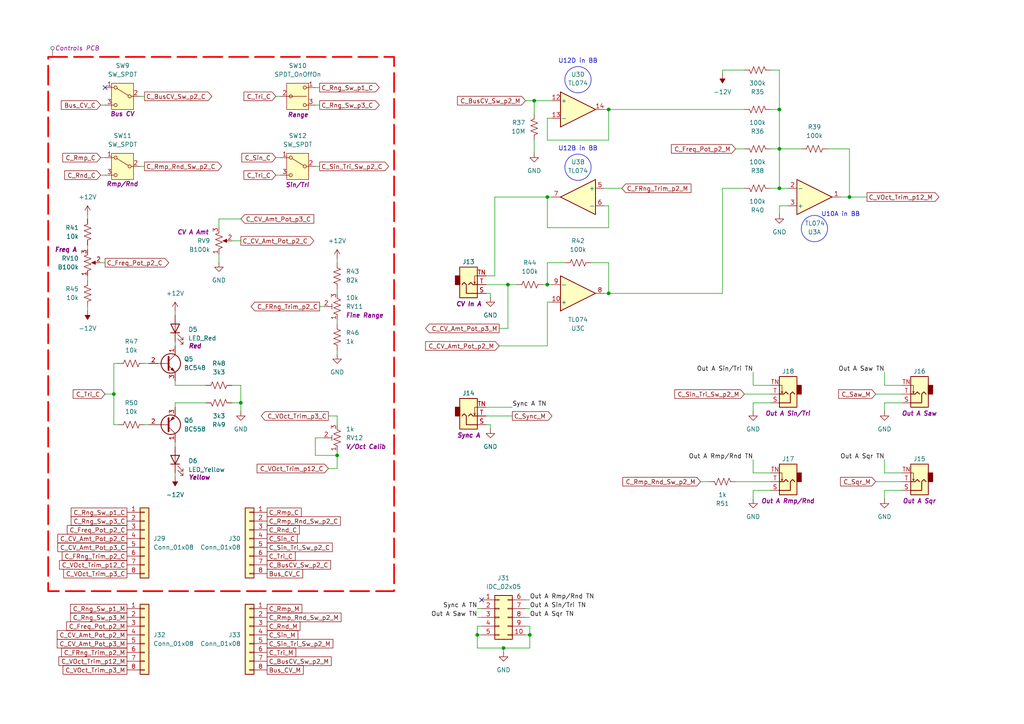
<source format=kicad_sch>
(kicad_sch (version 20250114) (generator "eeschema") (generator_version "9.0")
  (paper "A4")
  (title_block (company "DMH Instruments") (comment 1 "PCB for 10cm Kosmo format synthesizer module"))
  (circle (center 236.22 66.294) (radius 3.81))
  (circle (center 167.64 48.514) (radius 3.81))
  (circle (center 167.64 23.114) (radius 3.81))
  (text "U12B in BB" (at 167.64 43.18 0) (effects (font (size 1.27 1.27))))
  (text "U10A in BB" (at 243.84 62.23 0) (effects (font (size 1.27 1.27))))
  (text "U12D in BB" (at 167.64 17.78 0) (effects (font (size 1.27 1.27))))
  (junction (at 154.94 29.21))
  (junction (at 146.05 187.96))
  (junction (at 158.75 82.55))
  (junction (at 158.75 57.15))
  (junction (at 147.32 82.55))
  (junction (at 176.53 31.75))
  (junction (at 153.67 184.15))
  (junction (at 226.06 54.61))
  (junction (at 226.06 31.75))
  (junction (at 176.53 85.09))
  (junction (at 97.79 132.08))
  (junction (at 138.43 184.15))
  (junction (at 33.02 114.3))
  (junction (at 226.06 43.18))
  (junction (at 246.38 57.15))
  (junction (at 69.85 116.84))
  (no_connect (at 139.7 173.99))
  (no_connect (at 30.48 25.4))
  (wire (pts (xy 25.4 88.9) (xy 25.4 90.17)))
  (wire (pts (xy 223.52 31.75) (xy 226.06 31.75)))
  (wire (pts (xy 218.44 137.16) (xy 223.52 137.16)))
  (wire (pts (xy 97.79 120.65) (xy 97.79 123.19)))
  (wire (pts (xy 153.67 184.15) (xy 153.67 187.96)))
  (wire (pts (xy 254 114.3) (xy 261.62 114.3)))
  (wire (pts (xy 256.54 142.24) (xy 256.54 144.78)))
  (wire (pts (xy 176.53 85.09) (xy 175.26 85.09)))
  (wire (pts (xy 97.79 83.82) (xy 97.79 85.09)))
  (wire (pts (xy 33.02 114.3) (xy 33.02 105.41)))
  (wire (pts (xy 203.2 139.7) (xy 205.74 139.7)))
  (wire (pts (xy 91.44 127) (xy 91.44 132.08)))
  (wire (pts (xy 218.44 116.84) (xy 218.44 119.38)))
  (wire (pts (xy 158.75 66.04) (xy 158.75 57.15)))
  (wire (pts (xy 91.44 25.4) (xy 92.71 25.4)))
  (wire (pts (xy 91.44 30.48) (xy 92.71 30.48)))
  (wire (pts (xy 143.51 80.01) (xy 143.51 57.15)))
  (wire (pts (xy 226.06 43.18) (xy 226.06 54.61)))
  (wire (pts (xy 158.75 82.55) (xy 160.02 82.55)))
  (wire (pts (xy 25.4 71.12) (xy 25.4 72.39)))
  (wire (pts (xy 50.8 111.76) (xy 50.8 110.49)))
  (wire (pts (xy 218.44 142.24) (xy 218.44 144.78)))
  (wire (pts (xy 140.97 118.11) (xy 148.59 118.11)))
  (wire (pts (xy 29.21 30.48) (xy 30.48 30.48)))
  (wire (pts (xy 246.38 57.15) (xy 251.46 57.15)))
  (wire (pts (xy 209.55 21.59) (xy 209.55 20.32)))
  (wire (pts (xy 59.69 111.76) (xy 50.8 111.76)))
  (wire (pts (xy 41.91 105.41) (xy 43.18 105.41)))
  (wire (pts (xy 152.4 173.99) (xy 153.67 173.99)))
  (wire (pts (xy 223.52 142.24) (xy 218.44 142.24)))
  (wire (pts (xy 223.52 54.61) (xy 226.06 54.61)))
  (wire (pts (xy 171.45 76.2) (xy 176.53 76.2)))
  (wire (pts (xy 95.25 135.89) (xy 97.79 135.89)))
  (wire (pts (xy 213.36 139.7) (xy 223.52 139.7)))
  (wire (pts (xy 146.05 187.96) (xy 146.05 189.23)))
  (wire (pts (xy 50.8 99.06) (xy 50.8 100.33)))
  (wire (pts (xy 33.02 123.19) (xy 33.02 114.3)))
  (wire (pts (xy 25.4 62.23) (xy 25.4 63.5)))
  (wire (pts (xy 80.01 50.8) (xy 81.28 50.8)))
  (wire (pts (xy 175.26 31.75) (xy 176.53 31.75)))
  (wire (pts (xy 142.24 86.36) (xy 142.24 85.09)))
  (wire (pts (xy 154.94 40.64) (xy 154.94 44.45)))
  (wire (pts (xy 34.29 123.19) (xy 33.02 123.19)))
  (wire (pts (xy 30.48 114.3) (xy 33.02 114.3)))
  (wire (pts (xy 246.38 43.18) (xy 246.38 57.15)))
  (wire (pts (xy 176.53 40.64) (xy 176.53 31.75)))
  (wire (pts (xy 246.38 57.15) (xy 243.84 57.15)))
  (wire (pts (xy 29.21 76.2) (xy 30.48 76.2)))
  (wire (pts (xy 95.25 120.65) (xy 97.79 120.65)))
  (wire (pts (xy 226.06 43.18) (xy 232.41 43.18)))
  (wire (pts (xy 176.53 76.2) (xy 176.53 85.09)))
  (wire (pts (xy 138.43 176.53) (xy 139.7 176.53)))
  (wire (pts (xy 223.52 20.32) (xy 226.06 20.32)))
  (wire (pts (xy 256.54 107.95) (xy 256.54 111.76)))
  (wire (pts (xy 226.06 59.69) (xy 226.06 62.23)))
  (wire (pts (xy 152.4 184.15) (xy 153.67 184.15)))
  (wire (pts (xy 144.78 100.33) (xy 158.75 100.33)))
  (wire (pts (xy 138.43 181.61) (xy 138.43 184.15)))
  (wire (pts (xy 67.31 69.85) (xy 69.85 69.85)))
  (wire (pts (xy 140.97 120.65) (xy 148.59 120.65)))
  (wire (pts (xy 138.43 184.15) (xy 138.43 187.96)))
  (wire (pts (xy 139.7 181.61) (xy 138.43 181.61)))
  (wire (pts (xy 140.97 82.55) (xy 147.32 82.55)))
  (wire (pts (xy 158.75 76.2) (xy 158.75 82.55)))
  (wire (pts (xy 59.69 116.84) (xy 50.8 116.84)))
  (wire (pts (xy 50.8 116.84) (xy 50.8 118.11)))
  (wire (pts (xy 226.06 20.32) (xy 226.06 31.75)))
  (wire (pts (xy 213.36 43.18) (xy 215.9 43.18)))
  (wire (pts (xy 25.4 80.01) (xy 25.4 81.28)))
  (wire (pts (xy 67.31 111.76) (xy 69.85 111.76)))
  (wire (pts (xy 142.24 124.46) (xy 142.24 123.19)))
  (wire (pts (xy 147.32 95.25) (xy 147.32 82.55)))
  (wire (pts (xy 152.4 179.07) (xy 153.67 179.07)))
  (wire (pts (xy 176.53 85.09) (xy 209.55 85.09)))
  (wire (pts (xy 50.8 137.16) (xy 50.8 138.43)))
  (wire (pts (xy 223.52 116.84) (xy 218.44 116.84)))
  (wire (pts (xy 138.43 187.96) (xy 146.05 187.96)))
  (wire (pts (xy 67.31 116.84) (xy 69.85 116.84)))
  (wire (pts (xy 226.06 59.69) (xy 228.6 59.69)))
  (wire (pts (xy 153.67 181.61) (xy 153.67 184.15)))
  (wire (pts (xy 254 139.7) (xy 261.62 139.7)))
  (wire (pts (xy 218.44 111.76) (xy 223.52 111.76)))
  (wire (pts (xy 97.79 101.6) (xy 97.79 102.87)))
  (wire (pts (xy 142.24 123.19) (xy 140.97 123.19)))
  (wire (pts (xy 93.98 127) (xy 91.44 127)))
  (wire (pts (xy 261.62 142.24) (xy 256.54 142.24)))
  (wire (pts (xy 143.51 57.15) (xy 158.75 57.15)))
  (wire (pts (xy 97.79 132.08) (xy 97.79 130.81)))
  (wire (pts (xy 215.9 114.3) (xy 223.52 114.3)))
  (wire (pts (xy 256.54 116.84) (xy 256.54 119.38)))
  (wire (pts (xy 158.75 34.29) (xy 158.75 40.64)))
  (wire (pts (xy 175.26 59.69) (xy 176.53 59.69)))
  (wire (pts (xy 146.05 187.96) (xy 153.67 187.96)))
  (wire (pts (xy 180.34 54.61) (xy 175.26 54.61)))
  (wire (pts (xy 80.01 27.94) (xy 81.28 27.94)))
  (wire (pts (xy 50.8 128.27) (xy 50.8 129.54)))
  (wire (pts (xy 69.85 116.84) (xy 69.85 119.38)))
  (wire (pts (xy 256.54 111.76) (xy 261.62 111.76)))
  (wire (pts (xy 97.79 135.89) (xy 97.79 132.08)))
  (wire (pts (xy 158.75 76.2) (xy 163.83 76.2)))
  (wire (pts (xy 160.02 34.29) (xy 158.75 34.29)))
  (wire (pts (xy 91.44 132.08) (xy 97.79 132.08)))
  (wire (pts (xy 63.5 63.5) (xy 63.5 66.04)))
  (wire (pts (xy 40.64 27.94) (xy 41.91 27.94)))
  (wire (pts (xy 138.43 179.07) (xy 139.7 179.07)))
  (wire (pts (xy 209.55 20.32) (xy 215.9 20.32)))
  (wire (pts (xy 176.53 31.75) (xy 215.9 31.75)))
  (wire (pts (xy 41.91 123.19) (xy 43.18 123.19)))
  (wire (pts (xy 50.8 90.17) (xy 50.8 91.44)))
  (wire (pts (xy 152.4 176.53) (xy 153.67 176.53)))
  (wire (pts (xy 154.94 29.21) (xy 154.94 33.02)))
  (wire (pts (xy 209.55 85.09) (xy 209.55 54.61)))
  (wire (pts (xy 29.21 50.8) (xy 30.48 50.8)))
  (wire (pts (xy 157.48 82.55) (xy 158.75 82.55)))
  (wire (pts (xy 223.52 43.18) (xy 226.06 43.18)))
  (wire (pts (xy 152.4 29.21) (xy 154.94 29.21)))
  (wire (pts (xy 158.75 100.33) (xy 158.75 87.63)))
  (wire (pts (xy 92.71 88.9) (xy 93.98 88.9)))
  (wire (pts (xy 152.4 181.61) (xy 153.67 181.61)))
  (wire (pts (xy 97.79 74.93) (xy 97.79 76.2)))
  (wire (pts (xy 209.55 54.61) (xy 215.9 54.61)))
  (wire (pts (xy 218.44 137.16) (xy 218.44 133.35)))
  (wire (pts (xy 69.85 63.5) (xy 63.5 63.5)))
  (wire (pts (xy 147.32 82.55) (xy 149.86 82.55)))
  (wire (pts (xy 97.79 92.71) (xy 97.79 93.98)))
  (wire (pts (xy 142.24 85.09) (xy 140.97 85.09)))
  (wire (pts (xy 140.97 80.01) (xy 143.51 80.01)))
  (wire (pts (xy 228.6 54.61) (xy 226.06 54.61)))
  (wire (pts (xy 40.64 48.26) (xy 41.91 48.26)))
  (wire (pts (xy 138.43 184.15) (xy 139.7 184.15)))
  (wire (pts (xy 261.62 116.84) (xy 256.54 116.84)))
  (wire (pts (xy 176.53 66.04) (xy 158.75 66.04)))
  (wire (pts (xy 154.94 29.21) (xy 160.02 29.21)))
  (wire (pts (xy 160.02 57.15) (xy 158.75 57.15)))
  (wire (pts (xy 158.75 87.63) (xy 160.02 87.63)))
  (wire (pts (xy 144.78 95.25) (xy 147.32 95.25)))
  (wire (pts (xy 256.54 137.16) (xy 261.62 137.16)))
  (wire (pts (xy 91.44 48.26) (xy 92.71 48.26)))
  (wire (pts (xy 226.06 31.75) (xy 226.06 43.18)))
  (wire (pts (xy 29.21 45.72) (xy 30.48 45.72)))
  (wire (pts (xy 240.03 43.18) (xy 246.38 43.18)))
  (wire (pts (xy 158.75 40.64) (xy 176.53 40.64)))
  (wire (pts (xy 218.44 107.95) (xy 218.44 111.76)))
  (wire (pts (xy 176.53 59.69) (xy 176.53 66.04)))
  (wire (pts (xy 63.5 73.66) (xy 63.5 76.2)))
  (wire (pts (xy 80.01 45.72) (xy 81.28 45.72)))
  (wire (pts (xy 33.02 105.41) (xy 34.29 105.41)))
  (wire (pts (xy 69.85 111.76) (xy 69.85 116.84)))
  (wire (pts (xy 256.54 133.35) (xy 256.54 137.16)))
  (label "Out A Sin{slash}Tri TN" (at 218.44 107.95 180))
  (label "Out A Rmp{slash}Rnd TN" (at 153.67 173.99 0))
  (label "Out A Rmp{slash}Rnd TN" (at 218.44 133.35 180))
  (label "Out A Sqr TN" (at 256.54 133.35 180))
  (label "Out A Saw TN" (at 256.54 107.95 180))
  (label "Out A Sqr TN" (at 153.67 179.07 0))
  (label "Out A Sin{slash}Tri TN" (at 153.67 176.53 0))
  (label "Out A Saw TN" (at 138.43 179.07 180))
  (label "Sync A TN" (at 148.59 118.11 0))
  (label "Sync A TN" (at 138.43 176.53 180))
  (global_label "C_Freq_Pot_p2_C" (shape output) (at 30.48 76.2 0) (property "Intersheetrefs" "${INTERSHEET_REFS}" (effects (hide yes))))
  (global_label "C_Sin_C" (shape passive) (at 77.47 156.21 0) (property "Intersheetrefs" "${INTERSHEET_REFS}" (effects (hide yes))))
  (global_label "C_Rng_Sw_p1_M" (shape passive) (at 36.83 176.53 180) (property "Intersheetrefs" "${INTERSHEET_REFS}" (effects (hide yes))))
  (global_label "C_VOct_Trim_p12_C" (shape passive) (at 36.83 163.83 180) (property "Intersheetrefs" "${INTERSHEET_REFS}" (effects (hide yes))))
  (global_label "C_BusCV_Sw_p2_C" (shape passive) (at 77.47 163.83 0) (property "Intersheetrefs" "${INTERSHEET_REFS}" (effects (hide yes))))
  (global_label "C_CV_Amt_Pot_p2_C" (shape output) (at 69.85 69.85 0) (property "Intersheetrefs" "${INTERSHEET_REFS}" (effects (hide yes))))
  (global_label "C_Sin_Tri_Sw_p2_M" (shape passive) (at 77.47 186.69 0) (property "Intersheetrefs" "${INTERSHEET_REFS}" (effects (hide yes))))
  (global_label "C_CV_Amt_Pot_p3_M" (shape passive) (at 36.83 186.69 180) (property "Intersheetrefs" "${INTERSHEET_REFS}" (effects (hide yes))))
  (global_label "C_Rng_Sw_p3_M" (shape passive) (at 36.83 179.07 180) (property "Intersheetrefs" "${INTERSHEET_REFS}" (effects (hide yes))))
  (global_label "C_BusCV_Sw_p2_C" (shape output) (at 41.91 27.94 0) (property "Intersheetrefs" "${INTERSHEET_REFS}" (effects (hide yes))))
  (global_label "C_Rmp_C" (shape input) (at 29.21 45.72 180) (property "Intersheetrefs" "${INTERSHEET_REFS}" (effects (hide yes))))
  (global_label "C_VOct_Trim_p3_C" (shape output) (at 95.25 120.65 180) (property "Intersheetrefs" "${INTERSHEET_REFS}" (effects (hide yes))))
  (global_label "C_CV_Amt_Pot_p3_C" (shape passive) (at 36.83 158.75 180) (property "Intersheetrefs" "${INTERSHEET_REFS}" (effects (hide yes))))
  (global_label "C_Tri_C" (shape input) (at 30.48 114.3 180) (property "Intersheetrefs" "${INTERSHEET_REFS}" (effects (hide yes))))
  (global_label "C_CV_Amt_Pot_p2_M" (shape input) (at 144.78 100.33 180) (property "Intersheetrefs" "${INTERSHEET_REFS}" (effects (hide yes))))
  (global_label "C_Tri_C" (shape input) (at 80.01 27.94 180) (property "Intersheetrefs" "${INTERSHEET_REFS}" (effects (hide yes))))
  (global_label "Bus_CV_C" (shape passive) (at 77.47 166.37 0) (property "Intersheetrefs" "${INTERSHEET_REFS}" (effects (hide yes))))
  (global_label "C_FRng_Trim_p2_M" (shape input) (at 180.34 54.61 0) (property "Intersheetrefs" "${INTERSHEET_REFS}" (effects (hide yes))))
  (global_label "C_Rmp_M" (shape passive) (at 77.47 176.53 0) (property "Intersheetrefs" "${INTERSHEET_REFS}" (effects (hide yes))))
  (global_label "C_Rng_Sw_p1_C" (shape output) (at 92.71 25.4 0) (property "Intersheetrefs" "${INTERSHEET_REFS}" (effects (hide yes))))
  (global_label "C_CV_Amt_Pot_p2_C" (shape passive) (at 36.83 156.21 180) (property "Intersheetrefs" "${INTERSHEET_REFS}" (effects (hide yes))))
  (global_label "C_FRng_Trim_p2_M" (shape passive) (at 36.83 189.23 180) (property "Intersheetrefs" "${INTERSHEET_REFS}" (effects (hide yes))))
  (global_label "C_FRng_Trim_p2_C" (shape passive) (at 36.83 161.29 180) (property "Intersheetrefs" "${INTERSHEET_REFS}" (effects (hide yes))))
  (global_label "C_CV_Amt_Pot_p2_M" (shape passive) (at 36.83 184.15 180) (property "Intersheetrefs" "${INTERSHEET_REFS}" (effects (hide yes))))
  (global_label "C_Freq_Pot_p2_C" (shape passive) (at 36.83 153.67 180) (property "Intersheetrefs" "${INTERSHEET_REFS}" (effects (hide yes))))
  (global_label "C_Rng_Sw_p3_C" (shape passive) (at 36.83 151.13 180) (property "Intersheetrefs" "${INTERSHEET_REFS}" (effects (hide yes))))
  (global_label "C_VOct_Trim_p3_M" (shape passive) (at 36.83 194.31 180) (property "Intersheetrefs" "${INTERSHEET_REFS}" (effects (hide yes))))
  (global_label "C_Sync_M" (shape output) (at 148.59 120.65 0) (property "Intersheetrefs" "${INTERSHEET_REFS}" (effects (hide yes))))
  (global_label "C_Sin_M" (shape passive) (at 77.47 184.15 0) (property "Intersheetrefs" "${INTERSHEET_REFS}" (effects (hide yes))))
  (global_label "C_Rmp_C" (shape passive) (at 77.47 148.59 0) (property "Intersheetrefs" "${INTERSHEET_REFS}" (effects (hide yes))))
  (global_label "C_CV_Amt_Pot_p3_C" (shape input) (at 69.85 63.5 0) (property "Intersheetrefs" "${INTERSHEET_REFS}" (effects (hide yes))))
  (global_label "C_Rmp_Rnd_Sw_p2_M" (shape passive) (at 77.47 179.07 0) (property "Intersheetrefs" "${INTERSHEET_REFS}" (effects (hide yes))))
  (global_label "C_Tri_C" (shape input) (at 80.01 50.8 180) (property "Intersheetrefs" "${INTERSHEET_REFS}" (effects (hide yes))))
  (global_label "C_Tri_C" (shape passive) (at 77.47 161.29 0) (property "Intersheetrefs" "${INTERSHEET_REFS}" (effects (hide yes))))
  (global_label "C_Sin_Tri_Sw_p2_M" (shape input) (at 215.9 114.3 180) (property "Intersheetrefs" "${INTERSHEET_REFS}" (effects (hide yes))))
  (global_label "C_BusCV_Sw_p2_M" (shape passive) (at 77.47 191.77 0) (property "Intersheetrefs" "${INTERSHEET_REFS}" (effects (hide yes))))
  (global_label "C_Sin_Tri_Sw_p2_C" (shape passive) (at 77.47 158.75 0) (property "Intersheetrefs" "${INTERSHEET_REFS}" (effects (hide yes))))
  (global_label "C_VOct_Trim_p12_M" (shape output) (at 251.46 57.15 0) (property "Intersheetrefs" "${INTERSHEET_REFS}" (effects (hide yes))))
  (global_label "C_Rnd_M" (shape passive) (at 77.47 181.61 0) (property "Intersheetrefs" "${INTERSHEET_REFS}" (effects (hide yes))))
  (global_label "C_Rmp_Rnd_Sw_p2_C" (shape output) (at 41.91 48.26 0) (property "Intersheetrefs" "${INTERSHEET_REFS}" (effects (hide yes))))
  (global_label "C_FRng_Trim_p2_C" (shape output) (at 92.71 88.9 180) (property "Intersheetrefs" "${INTERSHEET_REFS}" (effects (hide yes))))
  (global_label "C_Rng_Sw_p3_C" (shape output) (at 92.71 30.48 0) (property "Intersheetrefs" "${INTERSHEET_REFS}" (effects (hide yes))))
  (global_label "C_BusCV_Sw_p2_M" (shape input) (at 152.4 29.21 180) (property "Intersheetrefs" "${INTERSHEET_REFS}" (effects (hide yes))))
  (global_label "C_VOct_Trim_p12_C" (shape input) (at 95.25 135.89 180) (property "Intersheetrefs" "${INTERSHEET_REFS}" (effects (hide yes))))
  (global_label "C_Rnd_C" (shape input) (at 29.21 50.8 180) (property "Intersheetrefs" "${INTERSHEET_REFS}" (effects (hide yes))))
  (global_label "C_Rng_Sw_p1_C" (shape passive) (at 36.83 148.59 180) (property "Intersheetrefs" "${INTERSHEET_REFS}" (effects (hide yes))))
  (global_label "C_VOct_Trim_p3_C" (shape passive) (at 36.83 166.37 180) (property "Intersheetrefs" "${INTERSHEET_REFS}" (effects (hide yes))))
  (global_label "C_Sqr_M" (shape input) (at 254 139.7 180) (property "Intersheetrefs" "${INTERSHEET_REFS}" (effects (hide yes))))
  (global_label "C_Freq_Pot_p2_M" (shape passive) (at 36.83 181.61 180) (property "Intersheetrefs" "${INTERSHEET_REFS}" (effects (hide yes))))
  (global_label "C_Rmp_Rnd_Sw_p2_M" (shape input) (at 203.2 139.7 180) (property "Intersheetrefs" "${INTERSHEET_REFS}" (effects (hide yes))))
  (global_label "Bus_CV_M" (shape passive) (at 77.47 194.31 0) (property "Intersheetrefs" "${INTERSHEET_REFS}" (effects (hide yes))))
  (global_label "C_CV_Amt_Pot_p3_M" (shape output) (at 144.78 95.25 180) (property "Intersheetrefs" "${INTERSHEET_REFS}" (effects (hide yes))))
  (global_label "C_Freq_Pot_p2_M" (shape input) (at 213.36 43.18 180) (property "Intersheetrefs" "${INTERSHEET_REFS}" (effects (hide yes))))
  (global_label "C_Tri_M" (shape passive) (at 77.47 189.23 0) (property "Intersheetrefs" "${INTERSHEET_REFS}" (effects (hide yes))))
  (global_label "C_VOct_Trim_p12_M" (shape passive) (at 36.83 191.77 180) (property "Intersheetrefs" "${INTERSHEET_REFS}" (effects (hide yes))))
  (global_label "Bus_CV_C" (shape input) (at 29.21 30.48 180) (property "Intersheetrefs" "${INTERSHEET_REFS}" (effects (hide yes))))
  (global_label "C_Rmp_Rnd_Sw_p2_C" (shape passive) (at 77.47 151.13 0) (property "Intersheetrefs" "${INTERSHEET_REFS}" (effects (hide yes))))
  (global_label "C_Rnd_C" (shape passive) (at 77.47 153.67 0) (property "Intersheetrefs" "${INTERSHEET_REFS}" (effects (hide yes))))
  (global_label "C_Sin_Tri_Sw_p2_C" (shape output) (at 92.71 48.26 0) (property "Intersheetrefs" "${INTERSHEET_REFS}" (effects (hide yes))))
  (global_label "C_Saw_M" (shape input) (at 254 114.3 180) (property "Intersheetrefs" "${INTERSHEET_REFS}" (effects (hide yes))))
  (global_label "C_Sin_C" (shape input) (at 80.01 45.72 180) (property "Intersheetrefs" "${INTERSHEET_REFS}" (effects (hide yes))))
  (rule_area (polyline (pts (xy 13.97 16.51) (xy 114.3 16.51) (xy 114.3 171.45) (xy 13.97 171.45)) (stroke (width 0.5) (type dash))))
  (netclass_flag "" (length 2.54) (shape round) (at 15.24 16.51 0) (property "Component Class" "Controls PCB" (at 15.9385 13.97 0) (effects (font (italic yes)) (justify left))))
  (symbol (lib_id "Connector_Generic:Conn_01x08") (at 72.39 184.15 0) (mirror y) (unit 1)
    (property "Reference" "J33" (at 69.85 184.1499 0) (effects (justify left)))
    (property "Value" "Conn_01x08" (at 69.85 186.6899 0) (effects (justify left)))
    (property "Footprint" "Connector_PinHeader_2.54mm:PinHeader_1x08_P2.54mm_Vertical" (effects (hide yes)))
    (property "Description" "Generic connector, single row, 01x08, script generated (kicad-library-utils/schlib/autogen/connector/)" (effects (hide yes)))
    (instances (project "DMH_VCLFO_v2_PCB_Main" (path "" (reference "J33") (unit 1)) (path "" (reference "J28") (unit 1)) (path "" (reference "J23") (unit 1))))
  )
  (symbol (lib_id "Device:R_US") (at 167.64 76.2 90) (unit 1)
    (property "Reference" "R42" (at 167.64 69.85 90))
    (property "Value" "100k" (at 167.64 72.39 90))
    (property "Footprint" "Resistor_THT:R_Axial_DIN0207_L6.3mm_D2.5mm_P7.62mm_Horizontal" (effects (hide yes)))
    (property "Description" "Resistor, US symbol" (effects (hide yes)))
    (instances (project "DMH_VCLFO_v2_PCB_Main" (path "" (reference "R42") (unit 1)) (path "" (reference "R25") (unit 1)) (path "" (reference "R8") (unit 1))))
  )
  (symbol (lib_id "power:GND") (at 226.06 62.23 0) (unit 1)
    (property "Reference" "#PWR040" (effects (hide yes)))
    (property "Value" "GND" (at 226.06 67.31 0))
    (property "Description" "Power symbol creates a global label with name \"GND\" , ground" (effects (hide yes)))
    (instances (project "DMH_VCLFO_v2_PCB_Main" (path "" (reference "#PWR040") (unit 1)) (path "" (reference "#PWR022") (unit 1)) (path "" (reference "#PWR04") (unit 1))))
  )
  (symbol (lib_id "Switch:SW_SPDT") (at 35.56 48.26 0) (mirror y) (unit 1)
    (property "Reference" "SW11" (at 35.56 39.37 0))
    (property "Value" "SW_SPDT" (at 35.56 41.91 0))
    (property "Footprint" "SynthStuff:Toggle_Switch_TE" (effects (hide yes)))
    (property "Description" "Switch, single pole double throw" (effects (hide yes)))
    (property "Function" "Rmp/Rnd" (at 35.56 53.34 0) (effects (font (thickness 0.254) (bold yes) (italic yes))))
    (instances (project "DMH_VCLFO_v2_PCB_Main" (path "" (reference "SW11") (unit 1)) (path "" (reference "SW7") (unit 1)) (path "" (reference "SW3") (unit 1))))
  )
  (symbol (lib_id "Amplifier_Operational:TL074") (at 167.64 31.75 0) (unit 4)
    (property "Reference" "U3" (at 167.64 21.59 0))
    (property "Value" "TL074" (at 167.64 24.13 0))
    (property "Footprint" "Package_DIP:DIP-14_W7.62mm_Socket" (effects (hide yes)))
    (property "Datasheet" "http://www.ti.com/lit/ds/symlink/tl071.pdf" (effects (hide yes)))
    (property "Description" "Quad Low-Noise JFET-Input Operational Amplifiers, DIP-14/SOIC-14" (effects (hide yes)))
    (instances (project "DMH_VCLFO_v2_PCB_Main" (path "" (reference "U3") (unit 4)) (path "" (reference "U2") (unit 4)) (path "" (reference "U1") (unit 4))))
  )
  (symbol (lib_id "Device:R_US") (at 25.4 67.31 0) (mirror y) (unit 1)
    (property "Reference" "R41" (at 22.86 66.0399 0) (effects (justify left)))
    (property "Value" "10k" (at 22.86 68.5799 0) (effects (justify left)))
    (property "Footprint" "Resistor_THT:R_Axial_DIN0207_L6.3mm_D2.5mm_P7.62mm_Horizontal" (effects (hide yes)))
    (property "Description" "Resistor, US symbol" (effects (hide yes)))
    (instances (project "DMH_VCLFO_v2_PCB_Main" (path "" (reference "R41") (unit 1)) (path "" (reference "R24") (unit 1)) (path "" (reference "R7") (unit 1))))
  )
  (symbol (lib_id "power:GND") (at 256.54 144.78 0) (unit 1)
    (property "Reference" "#PWR053" (effects (hide yes)))
    (property "Value" "GND" (at 256.54 149.86 0))
    (property "Description" "Power symbol creates a global label with name \"GND\" , ground" (effects (hide yes)))
    (instances (project "DMH_VCLFO_v2_PCB_Main" (path "" (reference "#PWR053") (unit 1)) (path "" (reference "#PWR035") (unit 1)) (path "" (reference "#PWR017") (unit 1))))
  )
  (symbol (lib_id "Device:R_US") (at 219.71 31.75 270) (mirror x) (unit 1)
    (property "Reference" "R36" (at 219.71 38.1 90))
    (property "Value" "100k" (at 219.71 35.56 90))
    (property "Footprint" "Resistor_THT:R_Axial_DIN0207_L6.3mm_D2.5mm_P7.62mm_Horizontal" (effects (hide yes)))
    (property "Description" "Resistor, US symbol" (effects (hide yes)))
    (instances (project "DMH_VCLFO_v2_PCB_Main" (path "" (reference "R36") (unit 1)) (path "" (reference "R19") (unit 1)) (path "" (reference "R2") (unit 1))))
  )
  (symbol (lib_id "Device:R_US") (at 97.79 80.01 180) (unit 1)
    (property "Reference" "R43" (at 100.33 78.7399 0) (effects (justify right)))
    (property "Value" "82k" (at 100.33 81.2799 0) (effects (justify right)))
    (property "Footprint" "Resistor_THT:R_Axial_DIN0207_L6.3mm_D2.5mm_P7.62mm_Horizontal" (effects (hide yes)))
    (property "Description" "Resistor, US symbol" (effects (hide yes)))
    (instances (project "DMH_VCLFO_v2_PCB_Main" (path "" (reference "R43") (unit 1)) (path "" (reference "R26") (unit 1)) (path "" (reference "R9") (unit 1))))
  )
  (symbol (lib_id "Switch:SW_SPDT") (at 35.56 27.94 0) (mirror y) (unit 1)
    (property "Reference" "SW9" (at 35.56 19.05 0))
    (property "Value" "SW_SPDT" (at 35.56 21.59 0))
    (property "Footprint" "SynthStuff:Toggle_Switch_TE" (effects (hide yes)))
    (property "Description" "Switch, single pole double throw" (effects (hide yes)))
    (property "Function" "Bus CV" (at 35.56 33.02 0) (effects (font (thickness 0.254) (bold yes) (italic yes))))
    (instances (project "DMH_VCLFO_v2_PCB_Main" (path "" (reference "SW9") (unit 1)) (path "" (reference "SW5") (unit 1)) (path "" (reference "SW1") (unit 1))))
  )
  (symbol (lib_id "Device:R_US") (at 219.71 54.61 270) (mirror x) (unit 1)
    (property "Reference" "R40" (at 219.71 60.96 90))
    (property "Value" "100k" (at 219.71 58.42 90))
    (property "Footprint" "Resistor_THT:R_Axial_DIN0207_L6.3mm_D2.5mm_P7.62mm_Horizontal" (effects (hide yes)))
    (property "Description" "Resistor, US symbol" (effects (hide yes)))
    (instances (project "DMH_VCLFO_v2_PCB_Main" (path "" (reference "R40") (unit 1)) (path "" (reference "R23") (unit 1)) (path "" (reference "R6") (unit 1))))
  )
  (symbol (lib_id "Connector_Generic:Conn_01x08") (at 41.91 184.15 0) (unit 1)
    (property "Reference" "J32" (at 44.45 184.1499 0) (effects (justify left)))
    (property "Value" "Conn_01x08" (at 44.45 186.6899 0) (effects (justify left)))
    (property "Footprint" "Connector_PinHeader_2.54mm:PinHeader_1x08_P2.54mm_Vertical" (effects (hide yes)))
    (property "Description" "Generic connector, single row, 01x08, script generated (kicad-library-utils/schlib/autogen/connector/)" (effects (hide yes)))
    (instances (project "DMH_VCLFO_v2_PCB_Main" (path "" (reference "J32") (unit 1)) (path "" (reference "J27") (unit 1)) (path "" (reference "J22") (unit 1))))
  )
  (symbol (lib_id "Device:R_Potentiometer_Trim_US") (at 97.79 88.9 180) (unit 1)
    (property "Reference" "RV11" (at 100.33 88.9 0) (effects (justify right)))
    (property "Value" "10k" (at 100.33 86.36 0) (effects (justify right)))
    (property "Footprint" "Potentiometer_THT:Potentiometer_Bourns_3296W_Vertical" (effects (hide yes)))
    (property "Description" "Trim-potentiometer, US symbol" (effects (hide yes)))
    (property "Function" "Fine Range" (at 100.33 91.44 0) (effects (font (thickness 0.254) (bold yes) (italic yes)) (justify right)))
    (instances (project "DMH_VCLFO_v2_PCB_Main" (path "" (reference "RV11") (unit 1)) (path "" (reference "RV7") (unit 1)) (path "" (reference "RV3") (unit 1))))
  )
  (symbol (lib_id "Device:R_US") (at 236.22 43.18 90) (unit 1)
    (property "Reference" "R39" (at 236.22 36.83 90))
    (property "Value" "100k" (at 236.22 39.37 90))
    (property "Footprint" "Resistor_THT:R_Axial_DIN0207_L6.3mm_D2.5mm_P7.62mm_Horizontal" (effects (hide yes)))
    (property "Description" "Resistor, US symbol" (effects (hide yes)))
    (instances (project "DMH_VCLFO_v2_PCB_Main" (path "" (reference "R39") (unit 1)) (path "" (reference "R22") (unit 1)) (path "" (reference "R5") (unit 1))))
  )
  (symbol (lib_id "Device:R_US") (at 153.67 82.55 90) (unit 1)
    (property "Reference" "R44" (at 153.67 76.2 90))
    (property "Value" "100k" (at 153.67 78.74 90))
    (property "Footprint" "Resistor_THT:R_Axial_DIN0207_L6.3mm_D2.5mm_P7.62mm_Horizontal" (effects (hide yes)))
    (property "Description" "Resistor, US symbol" (effects (hide yes)))
    (instances (project "DMH_VCLFO_v2_PCB_Main" (path "" (reference "R44") (unit 1)) (path "" (reference "R27") (unit 1)) (path "" (reference "R10") (unit 1))))
  )
  (symbol (lib_id "Device:R_Potentiometer_US") (at 25.4 76.2 0) (mirror x) (unit 1)
    (property "Reference" "RV10" (at 22.86 74.9299 0) (effects (justify right)))
    (property "Value" "B100k" (at 22.86 77.4699 0) (effects (justify right)))
    (property "Footprint" "SynthStuff:Potentiometer_Alpha_RD901F-40-00D_Single_Vertical" (effects (hide yes)))
    (property "Description" "Potentiometer, US symbol" (effects (hide yes)))
    (property "Function" "Freq A" (at 15.748 72.39 0) (effects (font (thickness 0.254) (bold yes) (italic yes)) (justify left)))
    (instances (project "DMH_VCLFO_v2_PCB_Main" (path "" (reference "RV10") (unit 1)) (path "" (reference "RV6") (unit 1)) (path "" (reference "RV2") (unit 1))))
  )
  (symbol (lib_id "Device:R_US") (at 209.55 139.7 90) (mirror x) (unit 1)
    (property "Reference" "R51" (at 209.55 146.05 90))
    (property "Value" "1k" (at 209.55 143.51 90))
    (property "Footprint" "Resistor_THT:R_Axial_DIN0207_L6.3mm_D2.5mm_P7.62mm_Horizontal" (effects (hide yes)))
    (property "Description" "Resistor, US symbol" (effects (hide yes)))
    (instances (project "DMH_VCLFO_v2_PCB_Main" (path "" (reference "R51") (unit 1)) (path "" (reference "R34") (unit 1)) (path "" (reference "R17") (unit 1))))
  )
  (symbol (lib_id "power:GND") (at 146.05 189.23 0) (unit 1)
    (property "Reference" "#PWR054" (effects (hide yes)))
    (property "Value" "GND" (at 146.05 194.31 0))
    (property "Description" "Power symbol creates a global label with name \"GND\" , ground" (effects (hide yes)))
    (instances (project "DMH_VCLFO_v2_PCB_Main" (path "" (reference "#PWR054") (unit 1)) (path "" (reference "#PWR036") (unit 1)) (path "" (reference "#PWR018") (unit 1))))
  )
  (symbol (lib_id "Device:R_US") (at 38.1 105.41 90) (unit 1)
    (property "Reference" "R47" (at 38.1 99.06 90))
    (property "Value" "10k" (at 38.1 101.6 90))
    (property "Footprint" "Resistor_THT:R_Axial_DIN0207_L6.3mm_D2.5mm_P7.62mm_Horizontal" (effects (hide yes)))
    (property "Description" "Resistor, US symbol" (effects (hide yes)))
    (instances (project "DMH_VCLFO_v2_PCB_Main" (path "" (reference "R47") (unit 1)) (path "" (reference "R30") (unit 1)) (path "" (reference "R13") (unit 1))))
  )
  (symbol (lib_id "SynthStuff:SW_SPDT_OnOffOn") (at 86.36 27.94 0) (unit 1)
    (property "Reference" "SW10" (at 86.36 19.05 0))
    (property "Value" "SPDT_OnOffOn" (at 86.36 21.59 0))
    (property "Footprint" "SynthStuff:Toggle_Switch_TE" (effects (hide yes)))
    (property "Description" "Switch, single pole double throw" (effects (hide yes)))
    (property "Function" "Range" (at 86.36 33.274 0) (effects (font (thickness 0.254) (bold yes) (italic yes))))
    (instances (project "DMH_VCLFO_v2_PCB_Main" (path "" (reference "SW10") (unit 1)) (path "" (reference "SW6") (unit 1)) (path "" (reference "SW2") (unit 1))))
  )
  (symbol (lib_id "Device:R_US") (at 154.94 36.83 0) (mirror y) (unit 1)
    (property "Reference" "R37" (at 152.4 35.5599 0) (effects (justify left)))
    (property "Value" "10M" (at 152.4 38.0999 0) (effects (justify left)))
    (property "Footprint" "Resistor_THT:R_Axial_DIN0207_L6.3mm_D2.5mm_P7.62mm_Horizontal" (effects (hide yes)))
    (property "Description" "Resistor, US symbol" (effects (hide yes)))
    (instances (project "DMH_VCLFO_v2_PCB_Main" (path "" (reference "R37") (unit 1)) (path "" (reference "R20") (unit 1)) (path "" (reference "R3") (unit 1))))
  )
  (symbol (lib_id "power:+12V") (at 97.79 74.93 0) (unit 1)
    (property "Reference" "#PWR041" (effects (hide yes)))
    (property "Value" "+12V" (at 97.79 69.85 0))
    (property "Description" "Power symbol creates a global label with name \"+12V\"" (effects (hide yes)))
    (instances (project "DMH_VCLFO_v2_PCB_Main" (path "" (reference "#PWR041") (unit 1)) (path "" (reference "#PWR023") (unit 1)) (path "" (reference "#PWR05") (unit 1))))
  )
  (symbol (lib_id "SynthStuff:TS_Jack_6.35mm_Sw") (at 266.7 114.3 180) (unit 1)
    (property "Reference" "J16" (at 266.7 107.696 0))
    (property "Value" "TS_Jack_6.35mm_Sw" (effects (hide yes)))
    (property "Footprint" "SynthStuff:CUI_MJ-63052A" (effects (hide yes)))
    (property "Description" "Audio Jack, 2 Poles (Mono / TS), Switched T Pole (Normalling), 6.35mm, 1/4inch" (effects (hide yes)))
    (property "Function" "Out A Saw" (at 266.7 119.888 0) (effects (font (thickness 0.254) (bold yes) (italic yes))))
    (instances (project "DMH_VCLFO_v2_PCB_Main" (path "" (reference "J16") (unit 1)) (path "" (reference "J10") (unit 1)) (path "" (reference "J4") (unit 1))))
  )
  (symbol (lib_id "power:GND") (at 69.85 119.38 0) (unit 1)
    (property "Reference" "#PWR047" (effects (hide yes)))
    (property "Value" "GND" (at 69.85 124.46 0))
    (property "Description" "Power symbol creates a global label with name \"GND\" , ground" (effects (hide yes)))
    (instances (project "DMH_VCLFO_v2_PCB_Main" (path "" (reference "#PWR047") (unit 1)) (path "" (reference "#PWR029") (unit 1)) (path "" (reference "#PWR011") (unit 1))))
  )
  (symbol (lib_id "Device:R_US") (at 63.5 116.84 90) (mirror x) (unit 1)
    (property "Reference" "R49" (at 63.5 123.19 90))
    (property "Value" "3k3" (at 63.5 120.65 90))
    (property "Footprint" "Resistor_THT:R_Axial_DIN0207_L6.3mm_D2.5mm_P7.62mm_Horizontal" (effects (hide yes)))
    (property "Description" "Resistor, US symbol" (effects (hide yes)))
    (instances (project "DMH_VCLFO_v2_PCB_Main" (path "" (reference "R49") (unit 1)) (path "" (reference "R32") (unit 1)) (path "" (reference "R15") (unit 1))))
  )
  (symbol (lib_id "Amplifier_Operational:TL074") (at 167.64 85.09 0) (mirror x) (unit 3)
    (property "Reference" "U3" (at 167.64 95.25 0))
    (property "Value" "TL074" (at 167.64 92.71 0))
    (property "Footprint" "Package_DIP:DIP-14_W7.62mm_Socket" (effects (hide yes)))
    (property "Datasheet" "http://www.ti.com/lit/ds/symlink/tl071.pdf" (effects (hide yes)))
    (property "Description" "Quad Low-Noise JFET-Input Operational Amplifiers, DIP-14/SOIC-14" (effects (hide yes)))
    (instances (project "DMH_VCLFO_v2_PCB_Main" (path "" (reference "U3") (unit 3)) (path "" (reference "U2") (unit 3)) (path "" (reference "U1") (unit 3))))
  )
  (symbol (lib_id "power:GND") (at 154.94 44.45 0) (unit 1)
    (property "Reference" "#PWR038" (effects (hide yes)))
    (property "Value" "GND" (at 154.94 49.53 0))
    (property "Description" "Power symbol creates a global label with name \"GND\" , ground" (effects (hide yes)))
    (instances (project "DMH_VCLFO_v2_PCB_Main" (path "" (reference "#PWR038") (unit 1)) (path "" (reference "#PWR020") (unit 1)) (path "" (reference "#PWR02") (unit 1))))
  )
  (symbol (lib_id "Connector_Generic:Conn_01x08") (at 72.39 156.21 0) (mirror y) (unit 1)
    (property "Reference" "J30" (at 69.85 156.2099 0) (effects (justify left)))
    (property "Value" "Conn_01x08" (at 69.85 158.7499 0) (effects (justify left)))
    (property "Footprint" "Connector_PinHeader_2.54mm:PinHeader_1x08_P2.54mm_Vertical" (effects (hide yes)))
    (property "Description" "Generic connector, single row, 01x08, script generated (kicad-library-utils/schlib/autogen/connector/)" (effects (hide yes)))
    (instances (project "DMH_VCLFO_v2_PCB_Main" (path "" (reference "J30") (unit 1)) (path "" (reference "J25") (unit 1)) (path "" (reference "J20") (unit 1))))
  )
  (symbol (lib_id "power:GND") (at 256.54 119.38 0) (unit 1)
    (property "Reference" "#PWR049" (effects (hide yes)))
    (property "Value" "GND" (at 256.54 124.46 0))
    (property "Description" "Power symbol creates a global label with name \"GND\" , ground" (effects (hide yes)))
    (instances (project "DMH_VCLFO_v2_PCB_Main" (path "" (reference "#PWR049") (unit 1)) (path "" (reference "#PWR031") (unit 1)) (path "" (reference "#PWR013") (unit 1))))
  )
  (symbol (lib_id "SynthStuff:BackBone_Connector_10Pin") (at 146.05 179.07 0) (unit 1)
    (property "Reference" "J31" (at 146.05 167.64 0))
    (property "Value" "IDC_02x05" (at 146.05 170.18 0))
    (property "Footprint" "SynthStuff:IDC-Header_2x05_P2.54mm_Vertical_BackBone" (effects (hide yes)))
    (property "Description" "IDC jack, 2x5 pins, row a carries same signals as row b." (effects (hide yes)))
    (instances (project "DMH_VCLFO_v2_PCB_Main" (path "" (reference "J31") (unit 1)) (path "" (reference "J26") (unit 1)) (path "" (reference "J21") (unit 1))))
  )
  (symbol (lib_id "Device:R_US") (at 97.79 97.79 180) (unit 1)
    (property "Reference" "R46" (at 100.33 96.5199 0) (effects (justify right)))
    (property "Value" "1k" (at 100.33 99.0599 0) (effects (justify right)))
    (property "Footprint" "Resistor_THT:R_Axial_DIN0207_L6.3mm_D2.5mm_P7.62mm_Horizontal" (effects (hide yes)))
    (property "Description" "Resistor, US symbol" (effects (hide yes)))
    (instances (project "DMH_VCLFO_v2_PCB_Main" (path "" (reference "R46") (unit 1)) (path "" (reference "R29") (unit 1)) (path "" (reference "R12") (unit 1))))
  )
  (symbol (lib_id "SynthStuff:TS_Jack_6.35mm_Sw") (at 135.89 120.65 0) (mirror x) (unit 1)
    (property "Reference" "J14" (at 135.89 114.046 0))
    (property "Value" "TS_Jack_6.35mm_Sw" (effects (hide yes)))
    (property "Footprint" "SynthStuff:CUI_MJ-63052A" (effects (hide yes)))
    (property "Description" "Audio Jack, 2 Poles (Mono / TS), Switched T Pole (Normalling), 6.35mm, 1/4inch" (effects (hide yes)))
    (property "Function" "Sync A" (at 135.89 126.238 0) (effects (font (thickness 0.254) (bold yes) (italic yes))))
    (instances (project "DMH_VCLFO_v2_PCB_Main" (path "" (reference "J14") (unit 1)) (path "" (reference "J8") (unit 1)) (path "" (reference "J2") (unit 1))))
  )
  (symbol (lib_id "Device:R_US") (at 38.1 123.19 90) (unit 1)
    (property "Reference" "R50" (at 38.1 116.84 90))
    (property "Value" "10k" (at 38.1 119.38 90))
    (property "Footprint" "Resistor_THT:R_Axial_DIN0207_L6.3mm_D2.5mm_P7.62mm_Horizontal" (effects (hide yes)))
    (property "Description" "Resistor, US symbol" (effects (hide yes)))
    (instances (project "DMH_VCLFO_v2_PCB_Main" (path "" (reference "R50") (unit 1)) (path "" (reference "R33") (unit 1)) (path "" (reference "R16") (unit 1))))
  )
  (symbol (lib_id "power:-12V") (at 209.55 21.59 180) (unit 1)
    (property "Reference" "#PWR037" (effects (hide yes)))
    (property "Value" "-12V" (at 209.55 26.67 0))
    (property "Description" "Power symbol creates a global label with name \"-12V\"" (effects (hide yes)))
    (instances (project "DMH_VCLFO_v2_PCB_Main" (path "" (reference "#PWR037") (unit 1)) (path "" (reference "#PWR019") (unit 1)) (path "" (reference "#PWR01") (unit 1))))
  )
  (symbol (lib_id "Transistor_BJT:BC548") (at 48.26 105.41 0) (unit 1)
    (property "Reference" "Q5" (at 53.34 104.1399 0) (effects (justify left)))
    (property "Value" "BC548" (at 53.34 106.6799 0) (effects (justify left)))
    (property "Footprint" "Package_TO_SOT_THT:TO-92L_Inline_Wide" (effects (hide yes)))
    (property "Datasheet" "https://www.onsemi.com/pub/Collateral/BC550-D.pdf" (effects (hide yes)))
    (property "Description" "0.1A Ic, 30V Vce, Small Signal NPN Transistor, TO-92" (effects (hide yes)))
    (property "Sim.Device" "NPN" (effects (hide yes)))
    (property "Sim.Pins" "1=C 2=B 3=E" (effects (hide yes)))
    (instances (project "DMH_VCLFO_v2_PCB_Main" (path "" (reference "Q5") (unit 1)) (path "" (reference "Q3") (unit 1)) (path "" (reference "Q1") (unit 1))))
  )
  (symbol (lib_id "SynthStuff:TS_Jack_6.35mm_Sw") (at 135.89 82.55 0) (mirror x) (unit 1)
    (property "Reference" "J13" (at 135.89 75.946 0))
    (property "Value" "TS_Jack_6.35mm_Sw" (effects (hide yes)))
    (property "Footprint" "SynthStuff:CUI_MJ-63052A" (effects (hide yes)))
    (property "Description" "Audio Jack, 2 Poles (Mono / TS), Switched T Pole (Normalling), 6.35mm, 1/4inch" (effects (hide yes)))
    (property "Function" "CV In A" (at 135.89 88.138 0) (effects (font (thickness 0.254) (bold yes) (italic yes))))
    (instances (project "DMH_VCLFO_v2_PCB_Main" (path "" (reference "J13") (unit 1)) (path "" (reference "J7") (unit 1)) (path "" (reference "J1") (unit 1))))
  )
  (symbol (lib_id "Device:R_US") (at 25.4 85.09 0) (mirror y) (unit 1)
    (property "Reference" "R45" (at 22.86 83.8199 0) (effects (justify left)))
    (property "Value" "10k" (at 22.86 86.3599 0) (effects (justify left)))
    (property "Footprint" "Resistor_THT:R_Axial_DIN0207_L6.3mm_D2.5mm_P7.62mm_Horizontal" (effects (hide yes)))
    (property "Description" "Resistor, US symbol" (effects (hide yes)))
    (instances (project "DMH_VCLFO_v2_PCB_Main" (path "" (reference "R45") (unit 1)) (path "" (reference "R28") (unit 1)) (path "" (reference "R11") (unit 1))))
  )
  (symbol (lib_id "Switch:SW_SPDT") (at 86.36 48.26 0) (mirror y) (unit 1)
    (property "Reference" "SW12" (at 86.36 39.37 0))
    (property "Value" "SW_SPDT" (at 86.36 41.91 0))
    (property "Footprint" "SynthStuff:Toggle_Switch_TE" (effects (hide yes)))
    (property "Description" "Switch, single pole double throw" (effects (hide yes)))
    (property "Function" "Sin/Tri" (at 86.36 53.594 0) (effects (font (thickness 0.254) (bold yes) (italic yes))))
    (instances (project "DMH_VCLFO_v2_PCB_Main" (path "" (reference "SW12") (unit 1)) (path "" (reference "SW8") (unit 1)) (path "" (reference "SW4") (unit 1))))
  )
  (symbol (lib_id "Device:LED") (at 50.8 133.35 90) (unit 1)
    (property "Reference" "D6" (at 54.61 133.6674 90) (effects (justify right)))
    (property "Value" "LED_Yellow" (at 54.61 136.2074 90) (effects (justify right)))
    (property "Footprint" "LED_THT:LED_D3.0mm" (effects (hide yes)))
    (property "Description" "Light emitting diode" (effects (hide yes)))
    (property "Function" "Yellow" (at 57.912 138.43 90) (effects (font (thickness 0.254) (bold yes) (italic yes))))
    (property "Sim.Pins" "1=K 2=A" (effects (hide yes)))
    (instances (project "DMH_VCLFO_v2_PCB_Main" (path "" (reference "D6") (unit 1)) (path "" (reference "D4") (unit 1)) (path "" (reference "D2") (unit 1))))
  )
  (symbol (lib_id "Amplifier_Operational:TL074") (at 236.22 57.15 0) (mirror x) (unit 1)
    (property "Reference" "U3" (at 236.22 67.31 0))
    (property "Value" "TL074" (at 233.426 64.77 0) (effects (justify left)))
    (property "Footprint" "Package_DIP:DIP-14_W7.62mm_Socket" (effects (hide yes)))
    (property "Datasheet" "http://www.ti.com/lit/ds/symlink/tl071.pdf" (effects (hide yes)))
    (property "Description" "Quad Low-Noise JFET-Input Operational Amplifiers, DIP-14/SOIC-14" (effects (hide yes)))
    (instances (project "DMH_VCLFO_v2_PCB_Main" (path "" (reference "U3") (unit 1)) (path "" (reference "U2") (unit 1)) (path "" (reference "U1") (unit 1))))
  )
  (symbol (lib_id "Device:R_US") (at 219.71 20.32 90) (mirror x) (unit 1)
    (property "Reference" "R35" (at 219.71 26.67 90))
    (property "Value" "300k" (at 219.71 24.13 90))
    (property "Footprint" "Resistor_THT:R_Axial_DIN0207_L6.3mm_D2.5mm_P7.62mm_Horizontal" (effects (hide yes)))
    (property "Description" "Resistor, US symbol" (effects (hide yes)))
    (instances (project "DMH_VCLFO_v2_PCB_Main" (path "" (reference "R35") (unit 1)) (path "" (reference "R18") (unit 1)) (path "" (reference "R1") (unit 1))))
  )
  (symbol (lib_id "SynthStuff:TS_Jack_6.35mm_Sw") (at 228.6 114.3 180) (unit 1)
    (property "Reference" "J18" (at 228.6 107.696 0))
    (property "Value" "TS_Jack_6.35mm_Sw" (effects (hide yes)))
    (property "Footprint" "SynthStuff:CUI_MJ-63052A" (effects (hide yes)))
    (property "Description" "Audio Jack, 2 Poles (Mono / TS), Switched T Pole (Normalling), 6.35mm, 1/4inch" (effects (hide yes)))
    (property "Function" "Out A Sin/Tri" (at 228.6 119.888 0) (effects (font (thickness 0.254) (bold yes) (italic yes))))
    (instances (project "DMH_VCLFO_v2_PCB_Main" (path "" (reference "J18") (unit 1)) (path "" (reference "J12") (unit 1)) (path "" (reference "J6") (unit 1))))
  )
  (symbol (lib_id "Transistor_BJT:BC558") (at 48.26 123.19 0) (mirror x) (unit 1)
    (property "Reference" "Q6" (at 53.34 121.9199 0) (effects (justify left)))
    (property "Value" "BC558" (at 53.34 124.4599 0) (effects (justify left)))
    (property "Footprint" "Package_TO_SOT_THT:TO-92L_Inline_Wide" (effects (hide yes)))
    (property "Datasheet" "https://www.onsemi.com/pub/Collateral/BC556BTA-D.pdf" (effects (hide yes)))
    (property "Description" "0.1A Ic, 30V Vce, PNP Small Signal Transistor, TO-92" (effects (hide yes)))
    (property "Sim.Device" "PNP" (effects (hide yes)))
    (property "Sim.Pins" "1=C 2=B 3=E" (effects (hide yes)))
    (instances (project "DMH_VCLFO_v2_PCB_Main" (path "" (reference "Q6") (unit 1)) (path "" (reference "Q4") (unit 1)) (path "" (reference "Q2") (unit 1))))
  )
  (symbol (lib_id "power:-12V") (at 25.4 90.17 180) (unit 1)
    (property "Reference" "#PWR044" (effects (hide yes)))
    (property "Value" "-12V" (at 25.4 95.25 0))
    (property "Description" "Power symbol creates a global label with name \"-12V\"" (effects (hide yes)))
    (instances (project "DMH_VCLFO_v2_PCB_Main" (path "" (reference "#PWR044") (unit 1)) (path "" (reference "#PWR026") (unit 1)) (path "" (reference "#PWR08") (unit 1))))
  )
  (symbol (lib_id "SynthStuff:TS_Jack_6.35mm_Sw") (at 228.6 139.7 180) (unit 1)
    (property "Reference" "J17" (at 228.6 133.096 0))
    (property "Value" "TS_Jack_6.35mm_Sw" (effects (hide yes)))
    (property "Footprint" "SynthStuff:CUI_MJ-63052A" (effects (hide yes)))
    (property "Description" "Audio Jack, 2 Poles (Mono / TS), Switched T Pole (Normalling), 6.35mm, 1/4inch" (effects (hide yes)))
    (property "Function" "Out A Rmp/Rnd" (at 228.6 145.288 0) (effects (font (thickness 0.254) (bold yes) (italic yes))))
    (instances (project "DMH_VCLFO_v2_PCB_Main" (path "" (reference "J17") (unit 1)) (path "" (reference "J11") (unit 1)) (path "" (reference "J5") (unit 1))))
  )
  (symbol (lib_id "Connector_Generic:Conn_01x08") (at 41.91 156.21 0) (unit 1)
    (property "Reference" "J29" (at 44.45 156.2099 0) (effects (justify left)))
    (property "Value" "Conn_01x08" (at 44.45 158.7499 0) (effects (justify left)))
    (property "Footprint" "Connector_PinHeader_2.54mm:PinHeader_1x08_P2.54mm_Vertical" (effects (hide yes)))
    (property "Description" "Generic connector, single row, 01x08, script generated (kicad-library-utils/schlib/autogen/connector/)" (effects (hide yes)))
    (instances (project "DMH_VCLFO_v2_PCB_Main" (path "" (reference "J29") (unit 1)) (path "" (reference "J24") (unit 1)) (path "" (reference "J19") (unit 1))))
  )
  (symbol (lib_id "SynthStuff:TS_Jack_6.35mm_Sw") (at 266.7 139.7 180) (unit 1)
    (property "Reference" "J15" (at 266.7 133.096 0))
    (property "Value" "TS_Jack_6.35mm_Sw" (effects (hide yes)))
    (property "Footprint" "SynthStuff:CUI_MJ-63052A" (effects (hide yes)))
    (property "Description" "Audio Jack, 2 Poles (Mono / TS), Switched T Pole (Normalling), 6.35mm, 1/4inch" (effects (hide yes)))
    (property "Function" "Out A Sqr" (at 266.7 145.288 0) (effects (font (thickness 0.254) (bold yes) (italic yes))))
    (instances (project "DMH_VCLFO_v2_PCB_Main" (path "" (reference "J15") (unit 1)) (path "" (reference "J9") (unit 1)) (path "" (reference "J3") (unit 1))))
  )
  (symbol (lib_id "power:GND") (at 142.24 86.36 0) (unit 1)
    (property "Reference" "#PWR043" (effects (hide yes)))
    (property "Value" "GND" (at 142.24 91.44 0))
    (property "Description" "Power symbol creates a global label with name \"GND\" , ground" (effects (hide yes)))
    (instances (project "DMH_VCLFO_v2_PCB_Main" (path "" (reference "#PWR043") (unit 1)) (path "" (reference "#PWR025") (unit 1)) (path "" (reference "#PWR07") (unit 1))))
  )
  (symbol (lib_id "power:GND") (at 218.44 119.38 0) (unit 1)
    (property "Reference" "#PWR048" (effects (hide yes)))
    (property "Value" "GND" (at 218.44 124.46 0))
    (property "Description" "Power symbol creates a global label with name \"GND\" , ground" (effects (hide yes)))
    (instances (project "DMH_VCLFO_v2_PCB_Main" (path "" (reference "#PWR048") (unit 1)) (path "" (reference "#PWR030") (unit 1)) (path "" (reference "#PWR012") (unit 1))))
  )
  (symbol (lib_id "Device:R_US") (at 63.5 111.76 90) (unit 1)
    (property "Reference" "R48" (at 63.5 105.41 90))
    (property "Value" "3k3" (at 63.5 107.95 90))
    (property "Footprint" "Resistor_THT:R_Axial_DIN0207_L6.3mm_D2.5mm_P7.62mm_Horizontal" (effects (hide yes)))
    (property "Description" "Resistor, US symbol" (effects (hide yes)))
    (instances (project "DMH_VCLFO_v2_PCB_Main" (path "" (reference "R48") (unit 1)) (path "" (reference "R31") (unit 1)) (path "" (reference "R14") (unit 1))))
  )
  (symbol (lib_id "power:GND") (at 142.24 124.46 0) (unit 1)
    (property "Reference" "#PWR050" (effects (hide yes)))
    (property "Value" "GND" (at 142.24 129.54 0))
    (property "Description" "Power symbol creates a global label with name \"GND\" , ground" (effects (hide yes)))
    (instances (project "DMH_VCLFO_v2_PCB_Main" (path "" (reference "#PWR050") (unit 1)) (path "" (reference "#PWR032") (unit 1)) (path "" (reference "#PWR014") (unit 1))))
  )
  (symbol (lib_id "Device:R_Potentiometer_Trim_US") (at 97.79 127 180) (unit 1)
    (property "Reference" "RV12" (at 100.33 127 0) (effects (justify right)))
    (property "Value" "1k" (at 100.33 124.46 0) (effects (justify right)))
    (property "Footprint" "Potentiometer_THT:Potentiometer_Bourns_3296W_Vertical" (effects (hide yes)))
    (property "Description" "Trim-potentiometer, US symbol" (effects (hide yes)))
    (property "Function" "V/Oct Calib" (at 100.33 129.54 0) (effects (font (thickness 0.254) (bold yes) (italic yes)) (justify right)))
    (instances (project "DMH_VCLFO_v2_PCB_Main" (path "" (reference "RV12") (unit 1)) (path "" (reference "RV8") (unit 1)) (path "" (reference "RV4") (unit 1))))
  )
  (symbol (lib_id "power:+12V") (at 25.4 62.23 0) (unit 1)
    (property "Reference" "#PWR039" (effects (hide yes)))
    (property "Value" "+12V" (at 25.4 57.15 0))
    (property "Description" "Power symbol creates a global label with name \"+12V\"" (effects (hide yes)))
    (instances (project "DMH_VCLFO_v2_PCB_Main" (path "" (reference "#PWR039") (unit 1)) (path "" (reference "#PWR021") (unit 1)) (path "" (reference "#PWR03") (unit 1))))
  )
  (symbol (lib_id "power:GND") (at 218.44 144.78 0) (unit 1)
    (property "Reference" "#PWR052" (effects (hide yes)))
    (property "Value" "GND" (at 218.44 149.86 0))
    (property "Description" "Power symbol creates a global label with name \"GND\" , ground" (effects (hide yes)))
    (instances (project "DMH_VCLFO_v2_PCB_Main" (path "" (reference "#PWR052") (unit 1)) (path "" (reference "#PWR034") (unit 1)) (path "" (reference "#PWR016") (unit 1))))
  )
  (symbol (lib_id "power:GND") (at 63.5 76.2 0) (unit 1)
    (property "Reference" "#PWR042" (effects (hide yes)))
    (property "Value" "GND" (at 63.5 81.28 0))
    (property "Description" "Power symbol creates a global label with name \"GND\" , ground" (effects (hide yes)))
    (instances (project "DMH_VCLFO_v2_PCB_Main" (path "" (reference "#PWR042") (unit 1)) (path "" (reference "#PWR024") (unit 1)) (path "" (reference "#PWR06") (unit 1))))
  )
  (symbol (lib_id "Device:R_US") (at 219.71 43.18 270) (mirror x) (unit 1)
    (property "Reference" "R38" (at 219.71 49.53 90))
    (property "Value" "100k" (at 219.71 46.99 90))
    (property "Footprint" "Resistor_THT:R_Axial_DIN0207_L6.3mm_D2.5mm_P7.62mm_Horizontal" (effects (hide yes)))
    (property "Description" "Resistor, US symbol" (effects (hide yes)))
    (instances (project "DMH_VCLFO_v2_PCB_Main" (path "" (reference "R38") (unit 1)) (path "" (reference "R21") (unit 1)) (path "" (reference "R4") (unit 1))))
  )
  (symbol (lib_id "Device:R_Potentiometer_US") (at 63.5 69.85 0) (mirror x) (unit 1)
    (property "Reference" "RV9" (at 60.96 69.8499 0) (effects (justify right)))
    (property "Value" "B100k" (at 60.96 72.3899 0) (effects (justify right)))
    (property "Footprint" "SynthStuff:Potentiometer_Alpha_RD901F-40-00D_Single_Vertical" (effects (hide yes)))
    (property "Description" "Potentiometer, US symbol" (effects (hide yes)))
    (property "Function" "CV A Amt" (at 55.88 67.31 0) (effects (font (thickness 0.254) (bold yes) (italic yes))))
    (instances (project "DMH_VCLFO_v2_PCB_Main" (path "" (reference "RV9") (unit 1)) (path "" (reference "RV5") (unit 1)) (path "" (reference "RV1") (unit 1))))
  )
  (symbol (lib_id "Device:LED") (at 50.8 95.25 90) (unit 1)
    (property "Reference" "D5" (at 54.61 95.5674 90) (effects (justify right)))
    (property "Value" "LED_Red" (at 54.61 98.1074 90) (effects (justify right)))
    (property "Footprint" "LED_THT:LED_D3.0mm" (effects (hide yes)))
    (property "Description" "Light emitting diode" (effects (hide yes)))
    (property "Function" "Red" (at 56.642 100.33 90) (effects (font (thickness 0.254) (bold yes) (italic yes))))
    (property "Sim.Pins" "1=K 2=A" (effects (hide yes)))
    (instances (project "DMH_VCLFO_v2_PCB_Main" (path "" (reference "D5") (unit 1)) (path "" (reference "D3") (unit 1)) (path "" (reference "D1") (unit 1))))
  )
  (symbol (lib_id "power:GND") (at 97.79 102.87 0) (unit 1)
    (property "Reference" "#PWR046" (effects (hide yes)))
    (property "Value" "GND" (at 97.79 107.95 0))
    (property "Description" "Power symbol creates a global label with name \"GND\" , ground" (effects (hide yes)))
    (instances (project "DMH_VCLFO_v2_PCB_Main" (path "" (reference "#PWR046") (unit 1)) (path "" (reference "#PWR028") (unit 1)) (path "" (reference "#PWR010") (unit 1))))
  )
  (symbol (lib_id "power:+12V") (at 50.8 90.17 0) (unit 1)
    (property "Reference" "#PWR045" (effects (hide yes)))
    (property "Value" "+12V" (at 50.8 85.09 0))
    (property "Description" "Power symbol creates a global label with name \"+12V\"" (effects (hide yes)))
    (instances (project "DMH_VCLFO_v2_PCB_Main" (path "" (reference "#PWR045") (unit 1)) (path "" (reference "#PWR027") (unit 1)) (path "" (reference "#PWR09") (unit 1))))
  )
  (symbol (lib_id "power:-12V") (at 50.8 138.43 180) (unit 1)
    (property "Reference" "#PWR051" (effects (hide yes)))
    (property "Value" "-12V" (at 50.8 143.51 0))
    (property "Description" "Power symbol creates a global label with name \"-12V\"" (effects (hide yes)))
    (instances (project "DMH_VCLFO_v2_PCB_Main" (path "" (reference "#PWR051") (unit 1)) (path "" (reference "#PWR033") (unit 1)) (path "" (reference "#PWR015") (unit 1))))
  )
  (symbol (lib_id "Amplifier_Operational:TL074") (at 167.64 57.15 0) (mirror y) (unit 2)
    (property "Reference" "U3" (at 167.64 46.99 0))
    (property "Value" "TL074" (at 167.64 49.53 0))
    (property "Footprint" "Package_DIP:DIP-14_W7.62mm_Socket" (effects (hide yes)))
    (property "Datasheet" "http://www.ti.com/lit/ds/symlink/tl071.pdf" (effects (hide yes)))
    (property "Description" "Quad Low-Noise JFET-Input Operational Amplifiers, DIP-14/SOIC-14" (effects (hide yes)))
    (instances (project "DMH_VCLFO_v2_PCB_Main" (path "" (reference "U3") (unit 2)) (path "" (reference "U2") (unit 2)) (path "" (reference "U1") (unit 2))))
  )
)
</source>
